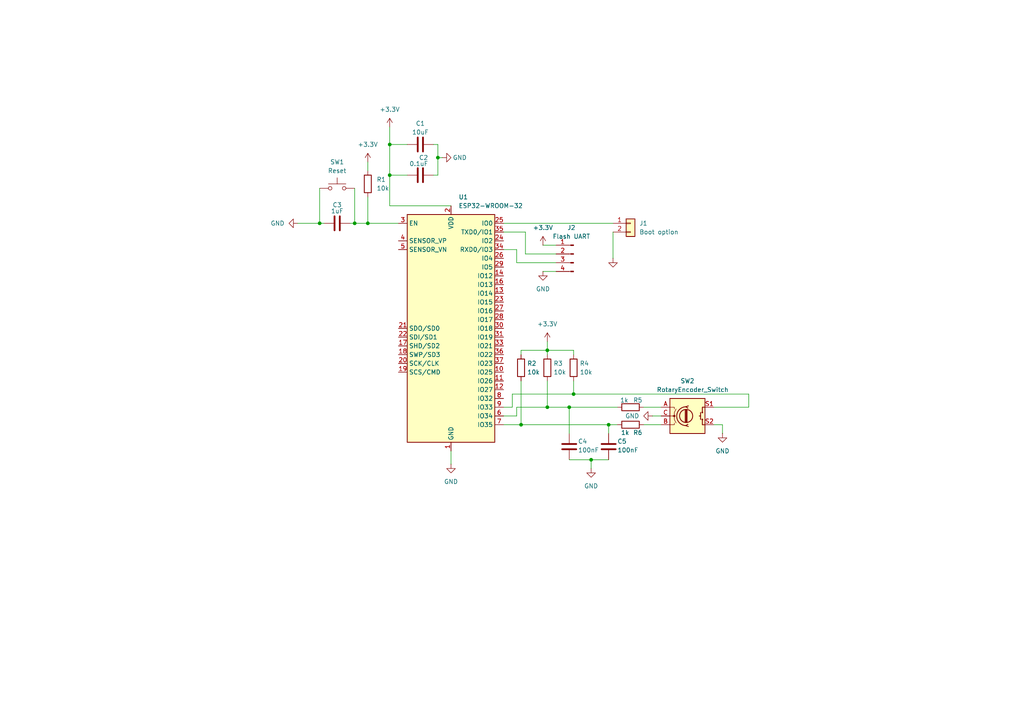
<source format=kicad_sch>
(kicad_sch (version 20231120) (generator "eeschema") (generator_version "8.0")
  (paper "A4")
  (lib_symbols
    (symbol "Connector:Conn_01x04_Pin" (pin_names (offset 1.016) hide)
      (property "Reference" "J" (at 0 5.08 0))
      (property "Value" "Conn_01x04_Pin" (at 0 -7.62 0))
      (symbol "Conn_01x04_Pin_1_1"
        (polyline (pts (xy 1.27 -5.08) (xy 0.8636 -5.08)) (stroke (width 0.1524)))
        (polyline (pts (xy 1.27 -2.54) (xy 0.8636 -2.54)) (stroke (width 0.1524)))
        (polyline (pts (xy 1.27 0) (xy 0.8636 0)) (stroke (width 0.1524)))
        (polyline (pts (xy 1.27 2.54) (xy 0.8636 2.54)) (stroke (width 0.1524)))
        (rectangle (start 0.8636 -4.953) (end 0 -5.207) (stroke (width 0.1524)) (fill (type outline)))
        (rectangle (start 0.8636 -2.413) (end 0 -2.667) (stroke (width 0.1524)) (fill (type outline)))
        (rectangle (start 0.8636 0.127) (end 0 -0.127) (stroke (width 0.1524)) (fill (type outline)))
        (rectangle (start 0.8636 2.667) (end 0 2.413) (stroke (width 0.1524)) (fill (type outline)))
        (pin passive line (at 5.08 2.54 180) (length 3.81) (name "Pin_1") (number "1"))
        (pin passive line (at 5.08 0 180) (length 3.81) (name "Pin_2") (number "2"))
        (pin passive line (at 5.08 -2.54 180) (length 3.81) (name "Pin_3") (number "3"))
        (pin passive line (at 5.08 -5.08 180) (length 3.81) (name "Pin_4") (number "4"))
      )
    )
    (symbol "Connector_Generic:Conn_01x02" (pin_names (offset 1.016) hide)
      (property "Reference" "J" (at 0 2.54 0))
      (property "Value" "Conn_01x02" (at 0 -5.08 0))
      (symbol "Conn_01x02_1_1"
        (rectangle (start -1.27 -2.413) (end 0 -2.667) (stroke (width 0.1524)))
        (rectangle (start -1.27 0.127) (end 0 -0.127) (stroke (width 0.1524)))
        (rectangle (start -1.27 1.27) (end 1.27 -3.81) (stroke (width 0.254)) (fill (type background)))
        (pin passive line (at -5.08 0 0) (length 3.81) (name "Pin_1") (number "1"))
        (pin passive line (at -5.08 -2.54 0) (length 3.81) (name "Pin_2") (number "2"))
      )
    )
    (symbol "Device:C" (pin_numbers hide) (pin_names (offset 0.254))
      (property "Reference" "C" (at 0.635 2.54 0))
      (property "Value" "C" (at 0.635 -2.54 0))
      (symbol "C_0_1"
        (polyline (pts (xy -2.032 -0.762) (xy 2.032 -0.762)) (stroke (width 0.508)))
        (polyline (pts (xy -2.032 0.762) (xy 2.032 0.762)) (stroke (width 0.508)))
      )
      (symbol "C_1_1"
        (pin passive line (at 0 3.81 270) (length 2.794) (name "~") (number "1"))
        (pin passive line (at 0 -3.81 90) (length 2.794) (name "~") (number "2"))
      )
    )
    (symbol "Device:R" (pin_numbers hide) (pin_names (offset 0))
      (property "Reference" "R" (at 2.032 0 90))
      (property "Value" "R" (at 0 0 90))
      (symbol "R_0_1"
        (rectangle (start -1.016 -2.54) (end 1.016 2.54) (stroke (width 0.254)))
      )
      (symbol "R_1_1"
        (pin passive line (at 0 3.81 270) (length 1.27) (name "~") (number "1"))
        (pin passive line (at 0 -3.81 90) (length 1.27) (name "~") (number "2"))
      )
    )
    (symbol "Device:RotaryEncoder_Switch" (pin_names (offset 0.254) hide)
      (property "Reference" "SW" (at 0 6.604 0))
      (property "Value" "RotaryEncoder_Switch" (at 0 -6.604 0))
      (symbol "RotaryEncoder_Switch_0_1"
        (rectangle (start -5.08 5.08) (end 5.08 -5.08) (stroke (width 0.254)) (fill (type background)))
        (circle (center -3.81 0) (radius 0.254) (fill (type outline)))
        (circle (center -0.381 0) (radius 1.905) (stroke (width 0.254)))
        (arc (start -0.381 2.667) (mid -3.0988 -0.0635) (end -0.381 -2.794) (stroke (width 0.254)))
        (polyline (pts (xy -0.635 -1.778) (xy -0.635 1.778)) (stroke (width 0.254)))
        (polyline (pts (xy -0.381 -1.778) (xy -0.381 1.778)) (stroke (width 0.254)))
        (polyline (pts (xy -0.127 1.778) (xy -0.127 -1.778)) (stroke (width 0.254)))
        (polyline (pts (xy 3.81 0) (xy 3.429 0)) (stroke (width 0.254)))
        (polyline (pts (xy 3.81 1.016) (xy 3.81 -1.016)) (stroke (width 0.254)))
        (polyline (pts (xy -5.08 -2.54) (xy -3.81 -2.54) (xy -3.81 -2.032)))
        (polyline (pts (xy -5.08 2.54) (xy -3.81 2.54) (xy -3.81 2.032)))
        (polyline (pts (xy 0.254 -3.048) (xy -0.508 -2.794) (xy 0.127 -2.413)) (stroke (width 0.254)))
        (polyline (pts (xy 0.254 2.921) (xy -0.508 2.667) (xy 0.127 2.286)) (stroke (width 0.254)))
        (polyline (pts (xy 5.08 -2.54) (xy 4.318 -2.54) (xy 4.318 -1.016)) (stroke (width 0.254)))
        (polyline (pts (xy 5.08 2.54) (xy 4.318 2.54) (xy 4.318 1.016)) (stroke (width 0.254)))
        (polyline (pts (xy -5.08 0) (xy -3.81 0) (xy -3.81 -1.016) (xy -3.302 -2.032)))
        (polyline (pts (xy -4.318 0) (xy -3.81 0) (xy -3.81 1.016) (xy -3.302 2.032)))
        (circle (center 4.318 -1.016) (radius 0.127) (stroke (width 0.254)))
        (circle (center 4.318 1.016) (radius 0.127) (stroke (width 0.254)))
      )
      (symbol "RotaryEncoder_Switch_1_1"
        (pin passive line (at -7.62 2.54 0) (length 2.54) (name "A") (number "A"))
        (pin passive line (at -7.62 -2.54 0) (length 2.54) (name "B") (number "B"))
        (pin passive line (at -7.62 0 0) (length 2.54) (name "C") (number "C"))
        (pin passive line (at 7.62 2.54 180) (length 2.54) (name "S1") (number "S1"))
        (pin passive line (at 7.62 -2.54 180) (length 2.54) (name "S2") (number "S2"))
      )
    )
    (symbol "RF_Module:ESP32-WROOM-32"
      (property "Reference" "U" (at -12.7 34.29 0))
      (property "Value" "ESP32-WROOM-32" (at 1.27 34.29 0))
      (symbol "ESP32-WROOM-32_0_1"
        (rectangle (start -12.7 33.02) (end 12.7 -33.02) (stroke (width 0.254)) (fill (type background)))
      )
      (symbol "ESP32-WROOM-32_1_1"
        (pin power_in line (at 0 -35.56 90) (length 2.54) (name "GND") (number "1"))
        (pin bidirectional line (at 15.24 -12.7 180) (length 2.54) (name "IO25") (number "10"))
        (pin bidirectional line (at 15.24 -15.24 180) (length 2.54) (name "IO26") (number "11"))
        (pin bidirectional line (at 15.24 -17.78 180) (length 2.54) (name "IO27") (number "12"))
        (pin bidirectional line (at 15.24 10.16 180) (length 2.54) (name "IO14") (number "13"))
        (pin bidirectional line (at 15.24 15.24 180) (length 2.54) (name "IO12") (number "14"))
        (pin passive line (at 0 -35.56 90) (length 2.54) hide (name "GND") (number "15"))
        (pin bidirectional line (at 15.24 12.7 180) (length 2.54) (name "IO13") (number "16"))
        (pin bidirectional line (at -15.24 -5.08 0) (length 2.54) (name "SHD/SD2") (number "17"))
        (pin bidirectional line (at -15.24 -7.62 0) (length 2.54) (name "SWP/SD3") (number "18"))
        (pin bidirectional line (at -15.24 -12.7 0) (length 2.54) (name "SCS/CMD") (number "19"))
        (pin power_in line (at 0 35.56 270) (length 2.54) (name "VDD") (number "2"))
        (pin bidirectional line (at -15.24 -10.16 0) (length 2.54) (name "SCK/CLK") (number "20"))
        (pin bidirectional line (at -15.24 0 0) (length 2.54) (name "SDO/SD0") (number "21"))
        (pin bidirectional line (at -15.24 -2.54 0) (length 2.54) (name "SDI/SD1") (number "22"))
        (pin bidirectional line (at 15.24 7.62 180) (length 2.54) (name "IO15") (number "23"))
        (pin bidirectional line (at 15.24 25.4 180) (length 2.54) (name "IO2") (number "24"))
        (pin bidirectional line (at 15.24 30.48 180) (length 2.54) (name "IO0") (number "25"))
        (pin bidirectional line (at 15.24 20.32 180) (length 2.54) (name "IO4") (number "26"))
        (pin bidirectional line (at 15.24 5.08 180) (length 2.54) (name "IO16") (number "27"))
        (pin bidirectional line (at 15.24 2.54 180) (length 2.54) (name "IO17") (number "28"))
        (pin bidirectional line (at 15.24 17.78 180) (length 2.54) (name "IO5") (number "29"))
        (pin input line (at -15.24 30.48 0) (length 2.54) (name "EN") (number "3"))
        (pin bidirectional line (at 15.24 0 180) (length 2.54) (name "IO18") (number "30"))
        (pin bidirectional line (at 15.24 -2.54 180) (length 2.54) (name "IO19") (number "31"))
        (pin no_connect line (at -12.7 -27.94 0) (length 2.54) hide (name "NC") (number "32"))
        (pin bidirectional line (at 15.24 -5.08 180) (length 2.54) (name "IO21") (number "33"))
        (pin bidirectional line (at 15.24 22.86 180) (length 2.54) (name "RXD0/IO3") (number "34"))
        (pin bidirectional line (at 15.24 27.94 180) (length 2.54) (name "TXD0/IO1") (number "35"))
        (pin bidirectional line (at 15.24 -7.62 180) (length 2.54) (name "IO22") (number "36"))
        (pin bidirectional line (at 15.24 -10.16 180) (length 2.54) (name "IO23") (number "37"))
        (pin passive line (at 0 -35.56 90) (length 2.54) hide (name "GND") (number "38"))
        (pin passive line (at 0 -35.56 90) (length 2.54) hide (name "GND") (number "39"))
        (pin input line (at -15.24 25.4 0) (length 2.54) (name "SENSOR_VP") (number "4"))
        (pin input line (at -15.24 22.86 0) (length 2.54) (name "SENSOR_VN") (number "5"))
        (pin input line (at 15.24 -25.4 180) (length 2.54) (name "IO34") (number "6"))
        (pin input line (at 15.24 -27.94 180) (length 2.54) (name "IO35") (number "7"))
        (pin bidirectional line (at 15.24 -20.32 180) (length 2.54) (name "IO32") (number "8"))
        (pin bidirectional line (at 15.24 -22.86 180) (length 2.54) (name "IO33") (number "9"))
      )
    )
    (symbol "Switch:SW_Push" (pin_numbers hide) (pin_names (offset 1.016) hide)
      (property "Reference" "SW" (at 1.27 2.54 0))
      (property "Value" "SW_Push" (at 0 -1.524 0))
      (symbol "SW_Push_0_1"
        (circle (center -2.032 0) (radius 0.508))
        (polyline (pts (xy 0 1.27) (xy 0 3.048)))
        (polyline (pts (xy 2.54 1.27) (xy -2.54 1.27)))
        (circle (center 2.032 0) (radius 0.508))
        (pin passive line (at -5.08 0 0) (length 2.54) (name "1") (number "1"))
        (pin passive line (at 5.08 0 180) (length 2.54) (name "2") (number "2"))
      )
    )
    (symbol "power:+3.3V" (power) (pin_numbers hide) (pin_names (offset 0) hide)
      (property "Value" "+3.3V" (at 0 3.556 0))
      (symbol "+3.3V_0_1"
        (polyline (pts (xy -0.762 1.27) (xy 0 2.54)))
        (polyline (pts (xy 0 0) (xy 0 2.54)))
        (polyline (pts (xy 0 2.54) (xy 0.762 1.27)))
      )
      (symbol "+3.3V_1_1"
        (pin power_in line (at 0 0 90) (length 0) (name "~") (number "1"))
      )
    )
    (symbol "power:GND" (power) (pin_numbers hide) (pin_names (offset 0) hide)
      (property "Value" "GND" (at 0 -3.81 0))
      (symbol "GND_0_1"
        (polyline (pts (xy 0 0) (xy 0 -1.27) (xy 1.27 -1.27) (xy 0 -2.54) (xy -1.27 -1.27) (xy 0 -1.27)))
      )
      (symbol "GND_1_1"
        (pin power_in line (at 0 0 270) (length 0) (name "~") (number "1"))
      )
    )
  )
  (junction (at 113.03 50.8))
  (junction (at 92.71 64.77))
  (junction (at 106.68 64.77))
  (junction (at 102.87 64.77))
  (junction (at 165.1 118.11))
  (junction (at 158.75 118.11))
  (junction (at 158.75 101.6))
  (junction (at 176.53 123.19))
  (junction (at 151.13 123.19))
  (junction (at 127 45.72))
  (junction (at 166.37 114.3))
  (junction (at 113.03 41.91))
  (junction (at 171.45 133.35))
  (wire (pts (xy 127 50.8) (xy 127 45.72)))
  (wire (pts (xy 146.05 123.19) (xy 151.13 123.19)))
  (wire (pts (xy 176.53 123.19) (xy 176.53 125.73)))
  (wire (pts (xy 113.03 50.8) (xy 113.03 59.69)))
  (wire (pts (xy 113.03 59.69) (xy 130.81 59.69)))
  (wire (pts (xy 146.05 67.31) (xy 152.4 67.31)))
  (wire (pts (xy 158.75 110.49) (xy 158.75 118.11)))
  (wire (pts (xy 176.53 123.19) (xy 179.07 123.19)))
  (wire (pts (xy 166.37 101.6) (xy 158.75 101.6)))
  (wire (pts (xy 101.6 64.77) (xy 102.87 64.77)))
  (wire (pts (xy 106.68 64.77) (xy 115.57 64.77)))
  (wire (pts (xy 149.86 72.39) (xy 149.86 76.2)))
  (wire (pts (xy 149.86 120.65) (xy 146.05 120.65)))
  (wire (pts (xy 127 41.91) (xy 127 45.72)))
  (wire (pts (xy 166.37 110.49) (xy 166.37 114.3)))
  (wire (pts (xy 209.55 125.73) (xy 209.55 123.19)))
  (wire (pts (xy 151.13 102.87) (xy 151.13 101.6)))
  (wire (pts (xy 158.75 118.11) (xy 165.1 118.11)))
  (wire (pts (xy 209.55 123.19) (xy 207.01 123.19)))
  (wire (pts (xy 158.75 101.6) (xy 158.75 102.87)))
  (wire (pts (xy 149.86 118.11) (xy 149.86 120.65)))
  (wire (pts (xy 157.48 71.12) (xy 161.29 71.12)))
  (wire (pts (xy 113.03 41.91) (xy 113.03 50.8)))
  (wire (pts (xy 152.4 73.66) (xy 161.29 73.66)))
  (wire (pts (xy 113.03 50.8) (xy 118.11 50.8)))
  (wire (pts (xy 106.68 46.99) (xy 106.68 49.53)))
  (wire (pts (xy 113.03 41.91) (xy 118.11 41.91)))
  (wire (pts (xy 146.05 72.39) (xy 149.86 72.39)))
  (wire (pts (xy 217.17 118.11) (xy 217.17 114.3)))
  (wire (pts (xy 186.69 118.11) (xy 191.77 118.11)))
  (wire (pts (xy 207.01 118.11) (xy 217.17 118.11)))
  (wire (pts (xy 171.45 133.35) (xy 176.53 133.35)))
  (wire (pts (xy 148.59 118.11) (xy 146.05 118.11)))
  (wire (pts (xy 158.75 99.06) (xy 158.75 101.6)))
  (wire (pts (xy 86.36 64.77) (xy 92.71 64.77)))
  (wire (pts (xy 177.8 64.77) (xy 146.05 64.77)))
  (wire (pts (xy 92.71 64.77) (xy 93.98 64.77)))
  (wire (pts (xy 148.59 114.3) (xy 166.37 114.3)))
  (wire (pts (xy 149.86 118.11) (xy 158.75 118.11)))
  (wire (pts (xy 149.86 76.2) (xy 161.29 76.2)))
  (wire (pts (xy 128.27 45.72) (xy 127 45.72)))
  (wire (pts (xy 189.23 120.65) (xy 191.77 120.65)))
  (wire (pts (xy 171.45 133.35) (xy 171.45 135.89)))
  (wire (pts (xy 125.73 41.91) (xy 127 41.91)))
  (wire (pts (xy 177.8 67.31) (xy 177.8 74.93)))
  (wire (pts (xy 102.87 64.77) (xy 106.68 64.77)))
  (wire (pts (xy 130.81 130.81) (xy 130.81 134.62)))
  (wire (pts (xy 125.73 50.8) (xy 127 50.8)))
  (wire (pts (xy 166.37 102.87) (xy 166.37 101.6)))
  (wire (pts (xy 165.1 118.11) (xy 179.07 118.11)))
  (wire (pts (xy 151.13 110.49) (xy 151.13 123.19)))
  (wire (pts (xy 157.48 78.74) (xy 161.29 78.74)))
  (wire (pts (xy 165.1 133.35) (xy 171.45 133.35)))
  (wire (pts (xy 165.1 118.11) (xy 165.1 125.73)))
  (wire (pts (xy 186.69 123.19) (xy 191.77 123.19)))
  (wire (pts (xy 166.37 114.3) (xy 217.17 114.3)))
  (wire (pts (xy 92.71 54.61) (xy 92.71 64.77)))
  (wire (pts (xy 106.68 57.15) (xy 106.68 64.77)))
  (wire (pts (xy 148.59 114.3) (xy 148.59 118.11)))
  (wire (pts (xy 151.13 123.19) (xy 176.53 123.19)))
  (wire (pts (xy 113.03 36.83) (xy 113.03 41.91)))
  (wire (pts (xy 151.13 101.6) (xy 158.75 101.6)))
  (wire (pts (xy 152.4 67.31) (xy 152.4 73.66)))
  (wire (pts (xy 102.87 54.61) (xy 102.87 64.77)))
  (symbol (lib_id "Device:C") (at 176.53 129.54 0) (unit 1)
    (property "Reference" "C5" (at 179.07 128.016 0) (effects (justify left)))
    (property "Value" "100nF" (at 179.07 130.556 0) (effects (justify left)))
    (property "Footprint" "Capacitor_SMD:C_0603_1608Metric_Pad1.08x0.95mm_HandSolder" (effects (hide yes)))
    (property "Description" "Unpolarized capacitor" (effects (hide yes)))
  )
  (symbol (lib_id "power:GND") (at 209.55 125.73 0) (unit 1)
    (property "Reference" "#PWR010" (effects (hide yes)))
    (property "Value" "GND" (at 209.55 130.81 0))
    (property "Description" "Power symbol creates a global label with name \"GND\" , ground" (effects (hide yes)))
  )
  (symbol (lib_id "Device:C") (at 121.92 50.8 90) (unit 1)
    (property "Reference" "C2" (at 124.206 45.72 90) (effects (justify left)))
    (property "Value" "0.1uF" (at 124.206 47.4979 90) (effects (justify left)))
    (property "Footprint" "Capacitor_SMD:C_0603_1608Metric_Pad1.08x0.95mm_HandSolder" (effects (hide yes)))
    (property "Description" "Unpolarized capacitor" (effects (hide yes)))
  )
  (symbol (lib_id "power:+3.3V") (at 158.75 99.06 0) (unit 1)
    (property "Reference" "#PWR011" (effects (hide yes)))
    (property "Value" "+3.3V" (at 158.75 93.98 0))
    (property "Description" "Power symbol creates a global label with name \"+3.3V\"" (effects (hide yes)))
  )
  (symbol (lib_id "power:GND") (at 177.8 74.93 0) (unit 1)
    (property "Reference" "#PWR01" (effects (hide yes)))
    (property "Value" "GND" (effects (hide yes)))
    (property "Description" "Power symbol creates a global label with name \"GND\" , ground" (effects (hide yes)))
  )
  (symbol (lib_id "power:GND") (at 189.23 120.65 270) (unit 1)
    (property "Reference" "#PWR09" (effects (hide yes)))
    (property "Value" "GND" (at 185.42 120.6499 90) (effects (justify right)))
    (property "Description" "Power symbol creates a global label with name \"GND\" , ground" (effects (hide yes)))
  )
  (symbol (lib_id "Device:R") (at 166.37 106.68 0) (unit 1)
    (property "Reference" "R4" (at 168.148 105.41 0) (effects (justify left)))
    (property "Value" "10k" (at 168.148 107.95 0) (effects (justify left)))
    (property "Footprint" "Resistor_SMD:R_1206_3216Metric_Pad1.30x1.75mm_HandSolder" (effects (hide yes)))
    (property "Description" "Resistor" (effects (hide yes)))
  )
  (symbol (lib_id "Device:R") (at 151.13 106.68 0) (unit 1)
    (property "Reference" "R2" (at 152.908 105.41 0) (effects (justify left)))
    (property "Value" "10k" (at 152.908 107.95 0) (effects (justify left)))
    (property "Footprint" "Resistor_SMD:R_1206_3216Metric_Pad1.30x1.75mm_HandSolder" (effects (hide yes)))
    (property "Description" "Resistor" (effects (hide yes)))
  )
  (symbol (lib_id "Device:R") (at 158.75 106.68 0) (unit 1)
    (property "Reference" "R3" (at 160.528 105.41 0) (effects (justify left)))
    (property "Value" "10k" (at 160.528 107.95 0) (effects (justify left)))
    (property "Footprint" "Resistor_SMD:R_1206_3216Metric_Pad1.30x1.75mm_HandSolder" (effects (hide yes)))
    (property "Description" "Resistor" (effects (hide yes)))
  )
  (symbol (lib_id "power:GND") (at 128.27 45.72 90) (unit 1)
    (property "Reference" "#PWR04" (effects (hide yes)))
    (property "Value" "GND" (at 133.35 45.72 90))
    (property "Description" "Power symbol creates a global label with name \"GND\" , ground" (effects (hide yes)))
  )
  (symbol (lib_id "power:GND") (at 157.48 78.74 0) (unit 1)
    (property "Reference" "#PWR08" (effects (hide yes)))
    (property "Value" "GND" (at 157.48 83.82 0))
    (property "Description" "Power symbol creates a global label with name \"GND\" , ground" (effects (hide yes)))
  )
  (symbol (lib_id "power:+3.3V") (at 106.68 46.99 0) (unit 1)
    (property "Reference" "#PWR06" (effects (hide yes)))
    (property "Value" "+3.3V" (at 106.68 41.91 0))
    (property "Description" "Power symbol creates a global label with name \"+3.3V\"" (effects (hide yes)))
  )
  (symbol (lib_id "Device:R") (at 106.68 53.34 0) (unit 1)
    (property "Reference" "R1" (at 109.22 52.0699 0) (effects (justify left)))
    (property "Value" "10k" (at 109.22 54.6099 0) (effects (justify left)))
    (property "Footprint" "Resistor_SMD:R_1206_3216Metric_Pad1.30x1.75mm_HandSolder" (effects (hide yes)))
    (property "Description" "Resistor" (effects (hide yes)))
  )
  (symbol (lib_id "Device:RotaryEncoder_Switch") (at 199.39 120.65 0) (unit 1)
    (property "Reference" "SW2" (at 199.39 110.49 0))
    (property "Value" "RotaryEncoder_Switch" (at 200.914 113.03 0))
    (property "Footprint" "Rotary_Encoder:RotaryEncoder_Alps_EC11E-Switch_Vertical_H20mm" (effects (hide yes)))
    (property "Description" "Rotary encoder, dual channel, incremental quadrate outputs, with switch" (effects (hide yes)))
  )
  (symbol (lib_id "RF_Module:ESP32-WROOM-32") (at 130.81 95.25 0) (unit 1)
    (property "Reference" "U1" (at 133.0041 57.15 0) (effects (justify left)))
    (property "Value" "ESP32-WROOM-32" (at 133.0041 59.69 0) (effects (justify left)))
    (property "Footprint" "RF_Module:ESP32-WROOM-32" (effects (hide yes)))
    (property "Datasheet" "https://www.espressif.com/sites/default/files/documentation/esp32-wroom-32_datasheet_en.pdf" (effects (hide yes)))
    (property "Description" "RF Module, ESP32-D0WDQ6 SoC, Wi-Fi 802.11b/g/n, Bluetooth, BLE, 32-bit, 2.7-3.6V, onboard antenna, SMD" (effects (hide yes)))
  )
  (symbol (lib_id "power:GND") (at 130.81 134.62 0) (unit 1)
    (property "Reference" "#PWR02" (effects (hide yes)))
    (property "Value" "GND" (at 130.81 139.7 0))
    (property "Description" "Power symbol creates a global label with name \"GND\" , ground" (effects (hide yes)))
  )
  (symbol (lib_id "power:+3.3V") (at 113.03 36.83 0) (unit 1)
    (property "Reference" "#PWR03" (effects (hide yes)))
    (property "Value" "+3.3V" (at 113.03 31.75 0))
    (property "Description" "Power symbol creates a global label with name \"+3.3V\"" (effects (hide yes)))
  )
  (symbol (lib_id "power:GND") (at 86.36 64.77 270) (unit 1)
    (property "Reference" "#PWR05" (effects (hide yes)))
    (property "Value" "GND" (at 82.55 64.7699 90) (effects (justify right)))
    (property "Description" "Power symbol creates a global label with name \"GND\" , ground" (effects (hide yes)))
  )
  (symbol (lib_id "Device:C") (at 165.1 129.54 0) (unit 1)
    (property "Reference" "C4" (at 167.64 128.016 0) (effects (justify left)))
    (property "Value" "100nF" (at 167.64 130.556 0) (effects (justify left)))
    (property "Footprint" "Capacitor_SMD:C_0603_1608Metric_Pad1.08x0.95mm_HandSolder" (effects (hide yes)))
    (property "Description" "Unpolarized capacitor" (effects (hide yes)))
  )
  (symbol (lib_id "Connector:Conn_01x04_Pin") (at 166.37 73.66 0) (mirror y) (unit 1)
    (property "Reference" "J2" (at 165.735 66.04 0))
    (property "Value" "Flash UART" (at 165.735 68.58 0))
    (property "Footprint" "Connector_PinHeader_2.54mm:PinHeader_1x04_P2.54mm_Vertical" (effects (hide yes)))
    (property "Description" "Generic connector, single row, 01x04, script generated" (effects (hide yes)))
  )
  (symbol (lib_id "power:+3.3V") (at 157.48 71.12 0) (unit 1)
    (property "Reference" "#PWR07" (effects (hide yes)))
    (property "Value" "+3.3V" (at 157.48 66.04 0))
    (property "Description" "Power symbol creates a global label with name \"+3.3V\"" (effects (hide yes)))
  )
  (symbol (lib_id "Connector_Generic:Conn_01x02") (at 182.88 64.77 0) (unit 1)
    (property "Reference" "J1" (at 185.42 64.7699 0) (effects (justify left)))
    (property "Value" "Boot option" (at 185.42 67.3099 0) (effects (justify left)))
    (property "Footprint" "Connector_PinHeader_2.54mm:PinHeader_1x02_P2.54mm_Vertical" (effects (hide yes)))
    (property "Description" "Generic connector, single row, 01x02, script generated (kicad-library-utils/schlib/autogen/connector/)" (effects (hide yes)))
  )
  (symbol (lib_id "Device:C") (at 97.79 64.77 90) (unit 1)
    (property "Reference" "C3" (at 97.79 59.436 90))
    (property "Value" "1uF" (at 97.79 61.214 90))
    (property "Footprint" "Capacitor_SMD:C_0603_1608Metric_Pad1.08x0.95mm_HandSolder" (effects (hide yes)))
    (property "Description" "Unpolarized capacitor" (effects (hide yes)))
  )
  (symbol (lib_id "Device:R") (at 182.88 123.19 270) (unit 1)
    (property "Reference" "R6" (at 183.642 125.476 90) (effects (justify left)))
    (property "Value" "1k" (at 180.086 125.476 90) (effects (justify left)))
    (property "Footprint" "Resistor_SMD:R_1206_3216Metric_Pad1.30x1.75mm_HandSolder" (effects (hide yes)))
    (property "Description" "Resistor" (effects (hide yes)))
  )
  (symbol (lib_id "Device:C") (at 121.92 41.91 270) (unit 1)
    (property "Reference" "C1" (at 121.92 35.814 90))
    (property "Value" "10uF" (at 121.92 38.354 90))
    (property "Footprint" "Capacitor_SMD:C_0603_1608Metric_Pad1.08x0.95mm_HandSolder" (effects (hide yes)))
    (property "Description" "Unpolarized capacitor" (effects (hide yes)))
  )
  (symbol (lib_id "Switch:SW_Push") (at 97.79 54.61 0) (unit 1)
    (property "Reference" "SW1" (at 97.79 46.99 0))
    (property "Value" "Reset" (at 97.79 49.53 0))
    (property "Footprint" "Button_Switch_THT:SW_PUSH_6mm_H4.3mm" (effects (hide yes)))
    (property "Description" "Push button switch, generic, two pins" (effects (hide yes)))
  )
  (symbol (lib_id "power:GND") (at 171.45 135.89 0) (unit 1)
    (property "Reference" "#PWR012" (effects (hide yes)))
    (property "Value" "GND" (at 171.45 140.97 0))
    (property "Description" "Power symbol creates a global label with name \"GND\" , ground" (effects (hide yes)))
  )
  (symbol (lib_id "Device:R") (at 182.88 118.11 270) (unit 1)
    (property "Reference" "R5" (at 183.642 116.078 90) (effects (justify left)))
    (property "Value" "1k" (at 179.832 116.078 90) (effects (justify left)))
    (property "Footprint" "Resistor_SMD:R_1206_3216Metric_Pad1.30x1.75mm_HandSolder" (effects (hide yes)))
    (property "Description" "Resistor" (effects (hide yes)))
  )
)
</source>
